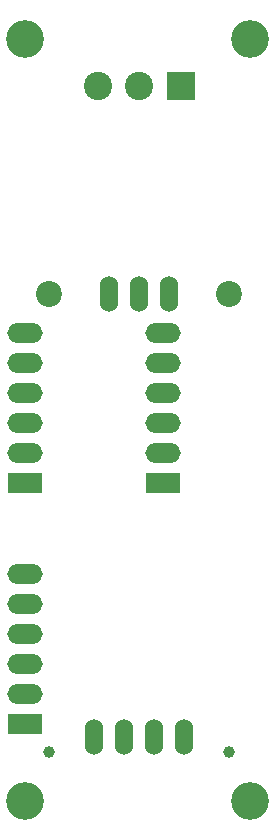
<source format=gts>
G04 #@! TF.GenerationSoftware,KiCad,Pcbnew,5.99.0-unknown-9f841da98e~134~ubuntu20.04.1*
G04 #@! TF.CreationDate,2021-11-20T10:56:18+01:00*
G04 #@! TF.ProjectId,slave-modbus,736c6176-652d-46d6-9f64-6275732e6b69,rev?*
G04 #@! TF.SameCoordinates,PX3a22d00PY8062360*
G04 #@! TF.FileFunction,Soldermask,Top*
G04 #@! TF.FilePolarity,Negative*
%FSLAX46Y46*%
G04 Gerber Fmt 4.6, Leading zero omitted, Abs format (unit mm)*
G04 Created by KiCad (PCBNEW 5.99.0-unknown-9f841da98e~134~ubuntu20.04.1) date 2021-11-20 10:56:18*
%MOMM*%
%LPD*%
G01*
G04 APERTURE LIST*
%ADD10R,2.400000X2.400000*%
%ADD11C,2.400000*%
%ADD12C,1.000000*%
%ADD13O,1.524000X3.048000*%
%ADD14C,2.200000*%
%ADD15C,3.200000*%
%ADD16R,3.000000X1.700000*%
%ADD17O,3.000000X1.700000*%
G04 APERTURE END LIST*
D10*
X85034000Y-68010000D03*
D11*
X81534000Y-68010000D03*
X78034000Y-68010000D03*
D12*
X73922000Y-124333000D03*
X89162000Y-124333000D03*
D13*
X77732000Y-123063000D03*
X80272000Y-123063000D03*
X82812000Y-123063000D03*
X85352000Y-123063000D03*
X84082000Y-85598000D03*
X81542000Y-85598000D03*
X79002000Y-85598000D03*
D14*
X73922000Y-85598000D03*
X89162000Y-85598000D03*
D15*
X90932000Y-64008000D03*
D16*
X71890000Y-101575000D03*
D17*
X71890000Y-99035000D03*
X71890000Y-96495000D03*
X71890000Y-93955000D03*
X71890000Y-91415000D03*
X71890000Y-88875000D03*
D15*
X90932000Y-128524000D03*
X71890000Y-128524000D03*
X71890000Y-64008000D03*
D16*
X71890000Y-121955000D03*
D17*
X71890000Y-119415000D03*
X71890000Y-116875000D03*
X71890000Y-114335000D03*
X71890000Y-111795000D03*
X71890000Y-109255000D03*
D16*
X83492000Y-101575000D03*
D17*
X83492000Y-99035000D03*
X83492000Y-96495000D03*
X83492000Y-93955000D03*
X83492000Y-91415000D03*
X83492000Y-88875000D03*
M02*

</source>
